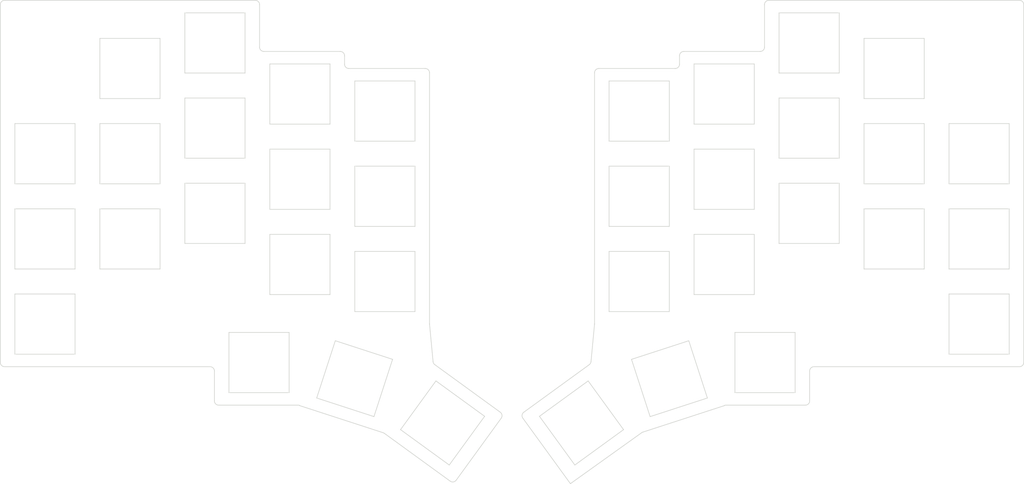
<source format=kicad_pcb>


(kicad_pcb (version 20171130) (host pcbnew 5.1.6)

  (page A3)
  (title_block
    (title "top_plate")
    (rev "v1.0.0")
    (company "Unknown")
  )

  (general
    (thickness 1.6)
  )

  (layers
    (0 F.Cu signal)
    (31 B.Cu signal)
    (32 B.Adhes user)
    (33 F.Adhes user)
    (34 B.Paste user)
    (35 F.Paste user)
    (36 B.SilkS user)
    (37 F.SilkS user)
    (38 B.Mask user)
    (39 F.Mask user)
    (40 Dwgs.User user)
    (41 Cmts.User user)
    (42 Eco1.User user)
    (43 Eco2.User user)
    (44 Edge.Cuts user)
    (45 Margin user)
    (46 B.CrtYd user)
    (47 F.CrtYd user)
    (48 B.Fab user)
    (49 F.Fab user)
  )

  (setup
    (last_trace_width 0.25)
    (trace_clearance 0.2)
    (zone_clearance 0.508)
    (zone_45_only no)
    (trace_min 0.2)
    (via_size 0.8)
    (via_drill 0.4)
    (via_min_size 0.4)
    (via_min_drill 0.3)
    (uvia_size 0.3)
    (uvia_drill 0.1)
    (uvias_allowed no)
    (uvia_min_size 0.2)
    (uvia_min_drill 0.1)
    (edge_width 0.05)
    (segment_width 0.2)
    (pcb_text_width 0.3)
    (pcb_text_size 1.5 1.5)
    (mod_edge_width 0.12)
    (mod_text_size 1 1)
    (mod_text_width 0.15)
    (pad_size 1.524 1.524)
    (pad_drill 0.762)
    (pad_to_mask_clearance 0.05)
    (aux_axis_origin 0 0)
    (visible_elements FFFFFF7F)
    (pcbplotparams
      (layerselection 0x010fc_ffffffff)
      (usegerberextensions false)
      (usegerberattributes true)
      (usegerberadvancedattributes true)
      (creategerberjobfile true)
      (excludeedgelayer true)
      (linewidth 0.100000)
      (plotframeref false)
      (viasonmask false)
      (mode 1)
      (useauxorigin false)
      (hpglpennumber 1)
      (hpglpenspeed 20)
      (hpglpendiameter 15.000000)
      (psnegative false)
      (psa4output false)
      (plotreference true)
      (plotvalue true)
      (plotinvisibletext false)
      (padsonsilk false)
      (subtractmaskfromsilk false)
      (outputformat 1)
      (mirror false)
      (drillshape 1)
      (scaleselection 1)
      (outputdirectory ""))
  )

  (net 0 "")

  (net_class Default "This is the default net class."
    (clearance 0.2)
    (trace_width 0.25)
    (via_dia 0.8)
    (via_drill 0.4)
    (uvia_dia 0.3)
    (uvia_drill 0.1)
    (add_net "")
  )

  
  (gr_line (start -9.38 9.906) (end 38.4 9.906) (angle 90) (layer Edge.Cuts) (width 0.15))
(gr_line (start -10.38 8.906) (end -10.38 -74.2856) (angle 90) (layer Edge.Cuts) (width 0.15))
(gr_line (start 49.900000000000006 -64.39840000000001) (end 49.900000000000006 -74.2856) (angle 90) (layer Edge.Cuts) (width 0.15))
(gr_line (start -9.38 -75.2856) (end 48.900000000000006 -75.2856) (angle 90) (layer Edge.Cuts) (width 0.15))
(gr_line (start 69.66 -60.43600000000001) (end 69.66 -62.39840000000001) (angle 90) (layer Edge.Cuts) (width 0.15))
(gr_line (start 68.66 -63.39840000000001) (end 50.900000000000006 -63.39840000000001) (angle 90) (layer Edge.Cuts) (width 0.15))
(gr_line (start 89.42000000000002 -0.046989839421598845) (end 89.42000000000002 -58.43600000000001) (angle 90) (layer Edge.Cuts) (width 0.15))
(gr_line (start 88.42000000000002 -59.43600000000001) (end 70.66 -59.43600000000001) (angle 90) (layer Edge.Cuts) (width 0.15))
(gr_line (start 40.4 18.849600000000002) (end 59.087285324730985 18.849600000000002) (angle 90) (layer Edge.Cuts) (width 0.15))
(gr_line (start 39.4 10.906) (end 39.4 17.849600000000002) (angle 90) (layer Edge.Cuts) (width 0.15))
(gr_line (start 59.0703612 18.9016871) (end 78.64871681483761 25.263080548081664) (angle 90) (layer Edge.Cuts) (width 0.15))
(gr_line (start 59.087285324730985 18.84960000000001) (end 59.0703612 18.9016871) (angle 90) (layer Edge.Cuts) (width 0.15))
(gr_line (start 78.9274851148376 25.405120048081656) (end 94.2198503514031 36.515673805193956) (angle 90) (layer Edge.Cuts) (width 0.15))
(gr_line (start 95.61665265140307 36.29444210519395) (end 106.08628350842869 21.884231450092926) (angle 90) (layer Edge.Cuts) (width 0.15))
(gr_line (start 105.86505180842866 20.487429150092936) (end 90.64883407270051 9.432199856250904) (angle 90) (layer Edge.Cuts) (width 0.15))
(gr_line (start 178.80774340000002 9.906) (end 226.58774340000002 9.906) (angle 90) (layer Edge.Cuts) (width 0.15))
(gr_line (start 227.58774340000002 8.906) (end 227.58774340000002 -74.2856) (angle 90) (layer Edge.Cuts) (width 0.15))
(gr_line (start 168.30774340000002 -75.2856) (end 226.58774340000002 -75.2856) (angle 90) (layer Edge.Cuts) (width 0.15))
(gr_line (start 167.30774340000002 -74.2856) (end 167.30774340000002 -64.39840000000001) (angle 90) (layer Edge.Cuts) (width 0.15))
(gr_line (start 166.30774340000002 -63.39840000000001) (end 148.54774340000003 -63.39840000000001) (angle 90) (layer Edge.Cuts) (width 0.15))
(gr_line (start 147.54774340000003 -62.39840000000001) (end 147.54774340000003 -60.43600000000001) (angle 90) (layer Edge.Cuts) (width 0.15))
(gr_line (start 127.78774340000001 -0.04698983942171253) (end 127.78774340000001 -58.43600000000001) (angle 90) (layer Edge.Cuts) (width 0.15))
(gr_line (start 146.54774340000003 -59.43600000000001) (end 128.7877434 -59.43600000000001) (angle 90) (layer Edge.Cuts) (width 0.15))
(gr_line (start 158.12045807526903 18.849600000000002) (end 176.80774340000002 18.849600000000002) (angle 90) (layer Edge.Cuts) (width 0.15))
(gr_line (start 177.80774340000002 17.849600000000002) (end 177.80774340000002 10.906) (angle 90) (layer Edge.Cuts) (width 0.15))
(gr_line (start 139.01596855457362 25.114611112956347) (end 158.13738220000002 18.9016871) (angle 90) (layer Edge.Cuts) (width 0.15))
(gr_line (start 158.13738220000002 18.9016871) (end 158.12045807526903 18.84960000000001) (angle 90) (layer Edge.Cuts) (width 0.15))
(gr_line (start 122.17887600000003 37.1034591) (end 122.58338450000002 36.8095664) (angle 90) (layer Edge.Cuts) (width 0.15))
(gr_line (start 126.5589093272994 9.432199856250975) (end 111.34269159157134 20.48742915009295) (angle 90) (layer Edge.Cuts) (width 0.15))
(gr_line (start 111.12145989157135 21.884231450092898) (end 122.17887600000003 37.1034591) (angle 90) (layer Edge.Cuts) (width 0.15))
(gr_line (start 90.24102567270052 8.716955056250981) (end 89.42440630000002 0.04678236057850427) (angle 90) (layer Edge.Cuts) (width 0.15))
(gr_line (start 138.74326365457367 25.252279812956317) (end 122.58338450000002 36.8095664) (angle 90) (layer Edge.Cuts) (width 0.15))
(gr_line (start 126.9667177272995 8.716955056251209) (end 127.78333710000004 0.04678236057816321) (angle 90) (layer Edge.Cuts) (width 0.15))
(gr_arc (start 38.4 10.906) (end 39.4 10.906) (angle -90) (layer Edge.Cuts) (width 0.15))
(gr_arc (start 40.4 17.849600000000002) (end 39.4 17.849600000000002) (angle -90) (layer Edge.Cuts) (width 0.15))
(gr_arc (start 78.33969981483762 26.214137048081664) (end 78.92748511483761 25.405120048081663) (angle -18.000001426930424) (layer Edge.Cuts) (width 0.15))
(gr_arc (start 94.80763565140307 35.706656805193944) (end 94.21985035140308 36.51567380519394) (angle -89.99999999999824) (layer Edge.Cuts) (width 0.15))
(gr_arc (start 105.27726650842868 21.29644615009292) (end 106.08628350842868 21.88423145009292) (angle -90.00000000000034) (layer Edge.Cuts) (width 0.15))
(gr_arc (start 91.2366193727005 8.623182856250892) (end 90.2410256727005 8.716955056250892) (angle -48.619341503016955) (layer Edge.Cuts) (width 0.15))
(gr_arc (start 90.42000000000002 -0.046989839421598845) (end 89.42000000000002 -0.046989839421598845) (angle -5.380656475023585) (layer Edge.Cuts) (width 0.15))
(gr_arc (start 88.42000000000002 -58.43600000000001) (end 89.42000000000002 -58.43600000000001) (angle -90) (layer Edge.Cuts) (width 0.15))
(gr_arc (start 70.66 -60.43600000000001) (end 69.66 -60.43600000000001) (angle -90) (layer Edge.Cuts) (width 0.15))
(gr_arc (start 68.66 -62.39840000000001) (end 69.66 -62.39840000000001) (angle -90) (layer Edge.Cuts) (width 0.15))
(gr_arc (start 50.900000000000006 -64.39840000000001) (end 49.900000000000006 -64.39840000000001) (angle -90) (layer Edge.Cuts) (width 0.15))
(gr_arc (start 48.900000000000006 -74.2856) (end 49.900000000000006 -74.2856) (angle -90) (layer Edge.Cuts) (width 0.15))
(gr_arc (start -9.38 -74.2856) (end -9.38 -75.2856) (angle -90) (layer Edge.Cuts) (width 0.15))
(gr_arc (start -9.38 8.906) (end -10.38 8.906) (angle -90) (layer Edge.Cuts) (width 0.15))
(gr_arc (start 226.58774340000002 8.906) (end 226.58774340000002 9.906) (angle -90) (layer Edge.Cuts) (width 0.15))
(gr_arc (start 226.58774340000002 -74.2856) (end 227.58774340000002 -74.2856) (angle -90) (layer Edge.Cuts) (width 0.15))
(gr_arc (start 168.30774340000002 -74.2856) (end 168.30774340000002 -75.2856) (angle -90) (layer Edge.Cuts) (width 0.15))
(gr_arc (start 166.30774340000002 -64.39840000000001) (end 166.30774340000002 -63.39840000000001) (angle -90) (layer Edge.Cuts) (width 0.15))
(gr_arc (start 148.54774340000003 -62.39840000000001) (end 148.54774340000003 -63.39840000000001) (angle -90) (layer Edge.Cuts) (width 0.15))
(gr_arc (start 146.54774340000003 -60.43600000000001) (end 146.54774340000003 -59.43600000000001) (angle -90) (layer Edge.Cuts) (width 0.15))
(gr_arc (start 128.7877434 -58.43600000000001) (end 128.7877434 -59.43600000000001) (angle -90) (layer Edge.Cuts) (width 0.15))
(gr_arc (start 126.78774340000001 -0.04698983942171253) (end 127.78333710000001 0.04678236057828747) (angle -5.380656475010426) (layer Edge.Cuts) (width 0.15))
(gr_arc (start 125.97112402729951 8.623182856251105) (end 126.5589093272995 9.432199856251106) (angle -48.6193415030159) (layer Edge.Cuts) (width 0.15))
(gr_arc (start 111.93047689157135 21.296446150092947) (end 111.34269159157135 20.487429150092947) (angle -89.99999999999737) (layer Edge.Cuts) (width 0.15))
(gr_arc (start 139.32498555457363 26.065667612956346) (end 139.01596855457362 25.114611112956347) (angle -17.571740987986075) (layer Edge.Cuts) (width 0.15))
(gr_arc (start 176.80774340000002 17.849600000000002) (end 176.80774340000002 18.849600000000002) (angle -90) (layer Edge.Cuts) (width 0.15))
(gr_arc (start 178.80774340000002 10.906) (end 178.80774340000002 9.906) (angle -90) (layer Edge.Cuts) (width 0.15))
(gr_line (start -7 7) (end 7 7) (angle 90) (layer Edge.Cuts) (width 0.15))
(gr_line (start 7 7) (end 7 -7) (angle 90) (layer Edge.Cuts) (width 0.15))
(gr_line (start 7 -7) (end -7 -7) (angle 90) (layer Edge.Cuts) (width 0.15))
(gr_line (start -7 -7) (end -7 7) (angle 90) (layer Edge.Cuts) (width 0.15))
(gr_line (start -7 -12.812000000000001) (end 7 -12.812000000000001) (angle 90) (layer Edge.Cuts) (width 0.15))
(gr_line (start 7 -12.812000000000001) (end 7 -26.812) (angle 90) (layer Edge.Cuts) (width 0.15))
(gr_line (start 7 -26.812) (end -7 -26.812) (angle 90) (layer Edge.Cuts) (width 0.15))
(gr_line (start -7 -26.812) (end -7 -12.812000000000001) (angle 90) (layer Edge.Cuts) (width 0.15))
(gr_line (start -7 -32.624) (end 7 -32.624) (angle 90) (layer Edge.Cuts) (width 0.15))
(gr_line (start 7 -32.624) (end 7 -46.624) (angle 90) (layer Edge.Cuts) (width 0.15))
(gr_line (start 7 -46.624) (end -7 -46.624) (angle 90) (layer Edge.Cuts) (width 0.15))
(gr_line (start -7 -46.624) (end -7 -32.624) (angle 90) (layer Edge.Cuts) (width 0.15))
(gr_line (start 12.760000000000002 -12.812000000000001) (end 26.76 -12.812000000000001) (angle 90) (layer Edge.Cuts) (width 0.15))
(gr_line (start 26.76 -12.812000000000001) (end 26.76 -26.812) (angle 90) (layer Edge.Cuts) (width 0.15))
(gr_line (start 26.76 -26.812) (end 12.760000000000002 -26.812) (angle 90) (layer Edge.Cuts) (width 0.15))
(gr_line (start 12.760000000000002 -26.812) (end 12.760000000000002 -12.812000000000001) (angle 90) (layer Edge.Cuts) (width 0.15))
(gr_line (start 12.760000000000002 -32.624) (end 26.76 -32.624) (angle 90) (layer Edge.Cuts) (width 0.15))
(gr_line (start 26.76 -32.624) (end 26.76 -46.624) (angle 90) (layer Edge.Cuts) (width 0.15))
(gr_line (start 26.76 -46.624) (end 12.760000000000002 -46.624) (angle 90) (layer Edge.Cuts) (width 0.15))
(gr_line (start 12.760000000000002 -46.624) (end 12.760000000000002 -32.624) (angle 90) (layer Edge.Cuts) (width 0.15))
(gr_line (start 12.760000000000002 -52.43600000000001) (end 26.76 -52.43600000000001) (angle 90) (layer Edge.Cuts) (width 0.15))
(gr_line (start 26.76 -52.43600000000001) (end 26.76 -66.436) (angle 90) (layer Edge.Cuts) (width 0.15))
(gr_line (start 26.76 -66.436) (end 12.760000000000002 -66.436) (angle 90) (layer Edge.Cuts) (width 0.15))
(gr_line (start 12.760000000000002 -66.436) (end 12.760000000000002 -52.43600000000001) (angle 90) (layer Edge.Cuts) (width 0.15))
(gr_line (start 32.52 -18.7556) (end 46.52 -18.7556) (angle 90) (layer Edge.Cuts) (width 0.15))
(gr_line (start 46.52 -18.7556) (end 46.52 -32.7556) (angle 90) (layer Edge.Cuts) (width 0.15))
(gr_line (start 46.52 -32.7556) (end 32.52 -32.7556) (angle 90) (layer Edge.Cuts) (width 0.15))
(gr_line (start 32.52 -32.7556) (end 32.52 -18.7556) (angle 90) (layer Edge.Cuts) (width 0.15))
(gr_line (start 32.52 -38.5676) (end 46.52 -38.5676) (angle 90) (layer Edge.Cuts) (width 0.15))
(gr_line (start 46.52 -38.5676) (end 46.52 -52.5676) (angle 90) (layer Edge.Cuts) (width 0.15))
(gr_line (start 46.52 -52.5676) (end 32.52 -52.5676) (angle 90) (layer Edge.Cuts) (width 0.15))
(gr_line (start 32.52 -52.5676) (end 32.52 -38.5676) (angle 90) (layer Edge.Cuts) (width 0.15))
(gr_line (start 32.52 -58.379599999999996) (end 46.52 -58.379599999999996) (angle 90) (layer Edge.Cuts) (width 0.15))
(gr_line (start 46.52 -58.379599999999996) (end 46.52 -72.3796) (angle 90) (layer Edge.Cuts) (width 0.15))
(gr_line (start 46.52 -72.3796) (end 32.52 -72.3796) (angle 90) (layer Edge.Cuts) (width 0.15))
(gr_line (start 32.52 -72.3796) (end 32.52 -58.379599999999996) (angle 90) (layer Edge.Cuts) (width 0.15))
(gr_line (start 52.28 -6.868399999999999) (end 66.28 -6.868399999999999) (angle 90) (layer Edge.Cuts) (width 0.15))
(gr_line (start 66.28 -6.868399999999999) (end 66.28 -20.8684) (angle 90) (layer Edge.Cuts) (width 0.15))
(gr_line (start 66.28 -20.8684) (end 52.28 -20.8684) (angle 90) (layer Edge.Cuts) (width 0.15))
(gr_line (start 52.28 -20.8684) (end 52.28 -6.868399999999999) (angle 90) (layer Edge.Cuts) (width 0.15))
(gr_line (start 52.28 -26.6804) (end 66.28 -26.6804) (angle 90) (layer Edge.Cuts) (width 0.15))
(gr_line (start 66.28 -26.6804) (end 66.28 -40.6804) (angle 90) (layer Edge.Cuts) (width 0.15))
(gr_line (start 66.28 -40.6804) (end 52.28 -40.6804) (angle 90) (layer Edge.Cuts) (width 0.15))
(gr_line (start 52.28 -40.6804) (end 52.28 -26.6804) (angle 90) (layer Edge.Cuts) (width 0.15))
(gr_line (start 52.28 -46.4924) (end 66.28 -46.4924) (angle 90) (layer Edge.Cuts) (width 0.15))
(gr_line (start 66.28 -46.4924) (end 66.28 -60.4924) (angle 90) (layer Edge.Cuts) (width 0.15))
(gr_line (start 66.28 -60.4924) (end 52.28 -60.4924) (angle 90) (layer Edge.Cuts) (width 0.15))
(gr_line (start 52.28 -60.4924) (end 52.28 -46.4924) (angle 90) (layer Edge.Cuts) (width 0.15))
(gr_line (start 72.04 -2.9060000000000006) (end 86.04 -2.9060000000000006) (angle 90) (layer Edge.Cuts) (width 0.15))
(gr_line (start 86.04 -2.9060000000000006) (end 86.04 -16.906) (angle 90) (layer Edge.Cuts) (width 0.15))
(gr_line (start 86.04 -16.906) (end 72.04 -16.906) (angle 90) (layer Edge.Cuts) (width 0.15))
(gr_line (start 72.04 -16.906) (end 72.04 -2.9060000000000006) (angle 90) (layer Edge.Cuts) (width 0.15))
(gr_line (start 72.04 -22.718000000000004) (end 86.04 -22.718000000000004) (angle 90) (layer Edge.Cuts) (width 0.15))
(gr_line (start 86.04 -22.718000000000004) (end 86.04 -36.718) (angle 90) (layer Edge.Cuts) (width 0.15))
(gr_line (start 86.04 -36.718) (end 72.04 -36.718) (angle 90) (layer Edge.Cuts) (width 0.15))
(gr_line (start 72.04 -36.718) (end 72.04 -22.718000000000004) (angle 90) (layer Edge.Cuts) (width 0.15))
(gr_line (start 72.04 -42.53) (end 86.04 -42.53) (angle 90) (layer Edge.Cuts) (width 0.15))
(gr_line (start 86.04 -42.53) (end 86.04 -56.53) (angle 90) (layer Edge.Cuts) (width 0.15))
(gr_line (start 86.04 -56.53) (end 72.04 -56.53) (angle 90) (layer Edge.Cuts) (width 0.15))
(gr_line (start 72.04 -56.53) (end 72.04 -42.53) (angle 90) (layer Edge.Cuts) (width 0.15))
(gr_line (start 42.78 15.943600000000002) (end 56.78 15.943600000000002) (angle 90) (layer Edge.Cuts) (width 0.15))
(gr_line (start 56.78 15.943600000000002) (end 56.78 1.9436000000000018) (angle 90) (layer Edge.Cuts) (width 0.15))
(gr_line (start 56.78 1.9436000000000018) (end 42.78 1.9436000000000018) (angle 90) (layer Edge.Cuts) (width 0.15))
(gr_line (start 42.78 1.9436000000000018) (end 42.78 15.943600000000002) (angle 90) (layer Edge.Cuts) (width 0.15))
(gr_line (start 63.18293560000001 17.1823944) (end 76.4977269 21.5086323) (angle 90) (layer Edge.Cuts) (width 0.15))
(gr_line (start 76.4977269 21.5086323) (end 80.8239648 8.193840999999999) (angle 90) (layer Edge.Cuts) (width 0.15))
(gr_line (start 80.8239648 8.193840999999999) (end 67.5091735 3.8676031) (angle 90) (layer Edge.Cuts) (width 0.15))
(gr_line (start 67.5091735 3.8676031) (end 63.18293560000001 17.1823944) (angle 90) (layer Edge.Cuts) (width 0.15))
(gr_line (start 82.67625600000001 24.536748000000003) (end 94.0024939 32.765741500000004) (angle 90) (layer Edge.Cuts) (width 0.15))
(gr_line (start 94.0024939 32.765741500000004) (end 102.2314874 21.439503600000002) (angle 90) (layer Edge.Cuts) (width 0.15))
(gr_line (start 102.2314874 21.439503600000002) (end 90.90524950000001 13.210510100000004) (angle 90) (layer Edge.Cuts) (width 0.15))
(gr_line (start 90.90524950000001 13.210510100000004) (end 82.67625600000001 24.536748000000003) (angle 90) (layer Edge.Cuts) (width 0.15))
(gr_line (start 210.20774340000003 7) (end 224.20774340000003 7) (angle 90) (layer Edge.Cuts) (width 0.15))
(gr_line (start 224.20774340000003 7) (end 224.20774340000003 -7) (angle 90) (layer Edge.Cuts) (width 0.15))
(gr_line (start 224.20774340000003 -7) (end 210.20774340000003 -7) (angle 90) (layer Edge.Cuts) (width 0.15))
(gr_line (start 210.20774340000003 -7) (end 210.20774340000003 7) (angle 90) (layer Edge.Cuts) (width 0.15))
(gr_line (start 210.20774340000003 -12.812000000000001) (end 224.20774340000003 -12.812000000000001) (angle 90) (layer Edge.Cuts) (width 0.15))
(gr_line (start 224.20774340000003 -12.812000000000001) (end 224.20774340000003 -26.812) (angle 90) (layer Edge.Cuts) (width 0.15))
(gr_line (start 224.20774340000003 -26.812) (end 210.20774340000003 -26.812) (angle 90) (layer Edge.Cuts) (width 0.15))
(gr_line (start 210.20774340000003 -26.812) (end 210.20774340000003 -12.812000000000001) (angle 90) (layer Edge.Cuts) (width 0.15))
(gr_line (start 210.20774340000003 -32.624) (end 224.20774340000003 -32.624) (angle 90) (layer Edge.Cuts) (width 0.15))
(gr_line (start 224.20774340000003 -32.624) (end 224.20774340000003 -46.624) (angle 90) (layer Edge.Cuts) (width 0.15))
(gr_line (start 224.20774340000003 -46.624) (end 210.20774340000003 -46.624) (angle 90) (layer Edge.Cuts) (width 0.15))
(gr_line (start 210.20774340000003 -46.624) (end 210.20774340000003 -32.624) (angle 90) (layer Edge.Cuts) (width 0.15))
(gr_line (start 190.44774340000004 -12.812000000000001) (end 204.44774340000004 -12.812000000000001) (angle 90) (layer Edge.Cuts) (width 0.15))
(gr_line (start 204.44774340000004 -12.812000000000001) (end 204.44774340000004 -26.812) (angle 90) (layer Edge.Cuts) (width 0.15))
(gr_line (start 204.44774340000004 -26.812) (end 190.44774340000004 -26.812) (angle 90) (layer Edge.Cuts) (width 0.15))
(gr_line (start 190.44774340000004 -26.812) (end 190.44774340000004 -12.812000000000001) (angle 90) (layer Edge.Cuts) (width 0.15))
(gr_line (start 190.44774340000004 -32.624) (end 204.44774340000004 -32.624) (angle 90) (layer Edge.Cuts) (width 0.15))
(gr_line (start 204.44774340000004 -32.624) (end 204.44774340000004 -46.624) (angle 90) (layer Edge.Cuts) (width 0.15))
(gr_line (start 204.44774340000004 -46.624) (end 190.44774340000004 -46.624) (angle 90) (layer Edge.Cuts) (width 0.15))
(gr_line (start 190.44774340000004 -46.624) (end 190.44774340000004 -32.624) (angle 90) (layer Edge.Cuts) (width 0.15))
(gr_line (start 190.44774340000004 -52.43600000000001) (end 204.44774340000004 -52.43600000000001) (angle 90) (layer Edge.Cuts) (width 0.15))
(gr_line (start 204.44774340000004 -52.43600000000001) (end 204.44774340000004 -66.436) (angle 90) (layer Edge.Cuts) (width 0.15))
(gr_line (start 204.44774340000004 -66.436) (end 190.44774340000004 -66.436) (angle 90) (layer Edge.Cuts) (width 0.15))
(gr_line (start 190.44774340000004 -66.436) (end 190.44774340000004 -52.43600000000001) (angle 90) (layer Edge.Cuts) (width 0.15))
(gr_line (start 170.68774340000002 -18.7556) (end 184.68774340000002 -18.7556) (angle 90) (layer Edge.Cuts) (width 0.15))
(gr_line (start 184.68774340000002 -18.7556) (end 184.68774340000002 -32.7556) (angle 90) (layer Edge.Cuts) (width 0.15))
(gr_line (start 184.68774340000002 -32.7556) (end 170.68774340000002 -32.7556) (angle 90) (layer Edge.Cuts) (width 0.15))
(gr_line (start 170.68774340000002 -32.7556) (end 170.68774340000002 -18.7556) (angle 90) (layer Edge.Cuts) (width 0.15))
(gr_line (start 170.68774340000002 -38.5676) (end 184.68774340000002 -38.5676) (angle 90) (layer Edge.Cuts) (width 0.15))
(gr_line (start 184.68774340000002 -38.5676) (end 184.68774340000002 -52.5676) (angle 90) (layer Edge.Cuts) (width 0.15))
(gr_line (start 184.68774340000002 -52.5676) (end 170.68774340000002 -52.5676) (angle 90) (layer Edge.Cuts) (width 0.15))
(gr_line (start 170.68774340000002 -52.5676) (end 170.68774340000002 -38.5676) (angle 90) (layer Edge.Cuts) (width 0.15))
(gr_line (start 170.68774340000002 -58.379599999999996) (end 184.68774340000002 -58.379599999999996) (angle 90) (layer Edge.Cuts) (width 0.15))
(gr_line (start 184.68774340000002 -58.379599999999996) (end 184.68774340000002 -72.3796) (angle 90) (layer Edge.Cuts) (width 0.15))
(gr_line (start 184.68774340000002 -72.3796) (end 170.68774340000002 -72.3796) (angle 90) (layer Edge.Cuts) (width 0.15))
(gr_line (start 170.68774340000002 -72.3796) (end 170.68774340000002 -58.379599999999996) (angle 90) (layer Edge.Cuts) (width 0.15))
(gr_line (start 150.92774340000003 -6.868399999999999) (end 164.92774340000003 -6.868399999999999) (angle 90) (layer Edge.Cuts) (width 0.15))
(gr_line (start 164.92774340000003 -6.868399999999999) (end 164.92774340000003 -20.8684) (angle 90) (layer Edge.Cuts) (width 0.15))
(gr_line (start 164.92774340000003 -20.8684) (end 150.92774340000003 -20.8684) (angle 90) (layer Edge.Cuts) (width 0.15))
(gr_line (start 150.92774340000003 -20.8684) (end 150.92774340000003 -6.868399999999999) (angle 90) (layer Edge.Cuts) (width 0.15))
(gr_line (start 150.92774340000003 -26.6804) (end 164.92774340000003 -26.6804) (angle 90) (layer Edge.Cuts) (width 0.15))
(gr_line (start 164.92774340000003 -26.6804) (end 164.92774340000003 -40.6804) (angle 90) (layer Edge.Cuts) (width 0.15))
(gr_line (start 164.92774340000003 -40.6804) (end 150.92774340000003 -40.6804) (angle 90) (layer Edge.Cuts) (width 0.15))
(gr_line (start 150.92774340000003 -40.6804) (end 150.92774340000003 -26.6804) (angle 90) (layer Edge.Cuts) (width 0.15))
(gr_line (start 150.92774340000003 -46.4924) (end 164.92774340000003 -46.4924) (angle 90) (layer Edge.Cuts) (width 0.15))
(gr_line (start 164.92774340000003 -46.4924) (end 164.92774340000003 -60.4924) (angle 90) (layer Edge.Cuts) (width 0.15))
(gr_line (start 164.92774340000003 -60.4924) (end 150.92774340000003 -60.4924) (angle 90) (layer Edge.Cuts) (width 0.15))
(gr_line (start 150.92774340000003 -60.4924) (end 150.92774340000003 -46.4924) (angle 90) (layer Edge.Cuts) (width 0.15))
(gr_line (start 131.1677434 -2.9060000000000006) (end 145.1677434 -2.9060000000000006) (angle 90) (layer Edge.Cuts) (width 0.15))
(gr_line (start 145.1677434 -2.9060000000000006) (end 145.1677434 -16.906) (angle 90) (layer Edge.Cuts) (width 0.15))
(gr_line (start 145.1677434 -16.906) (end 131.1677434 -16.906) (angle 90) (layer Edge.Cuts) (width 0.15))
(gr_line (start 131.1677434 -16.906) (end 131.1677434 -2.9060000000000006) (angle 90) (layer Edge.Cuts) (width 0.15))
(gr_line (start 131.1677434 -22.718000000000004) (end 145.1677434 -22.718000000000004) (angle 90) (layer Edge.Cuts) (width 0.15))
(gr_line (start 145.1677434 -22.718000000000004) (end 145.1677434 -36.718) (angle 90) (layer Edge.Cuts) (width 0.15))
(gr_line (start 145.1677434 -36.718) (end 131.1677434 -36.718) (angle 90) (layer Edge.Cuts) (width 0.15))
(gr_line (start 131.1677434 -36.718) (end 131.1677434 -22.718000000000004) (angle 90) (layer Edge.Cuts) (width 0.15))
(gr_line (start 131.1677434 -42.53) (end 145.1677434 -42.53) (angle 90) (layer Edge.Cuts) (width 0.15))
(gr_line (start 145.1677434 -42.53) (end 145.1677434 -56.53) (angle 90) (layer Edge.Cuts) (width 0.15))
(gr_line (start 145.1677434 -56.53) (end 131.1677434 -56.53) (angle 90) (layer Edge.Cuts) (width 0.15))
(gr_line (start 131.1677434 -56.53) (end 131.1677434 -42.53) (angle 90) (layer Edge.Cuts) (width 0.15))
(gr_line (start 160.42774340000003 15.943600000000002) (end 174.42774340000003 15.943600000000002) (angle 90) (layer Edge.Cuts) (width 0.15))
(gr_line (start 174.42774340000003 15.943600000000002) (end 174.42774340000003 1.9436000000000018) (angle 90) (layer Edge.Cuts) (width 0.15))
(gr_line (start 174.42774340000003 1.9436000000000018) (end 160.42774340000003 1.9436000000000018) (angle 90) (layer Edge.Cuts) (width 0.15))
(gr_line (start 160.42774340000003 1.9436000000000018) (end 160.42774340000003 15.943600000000002) (angle 90) (layer Edge.Cuts) (width 0.15))
(gr_line (start 140.71001650000002 21.5086323) (end 154.02480780000002 17.1823944) (angle 90) (layer Edge.Cuts) (width 0.15))
(gr_line (start 154.02480780000002 17.1823944) (end 149.69856990000002 3.8676031) (angle 90) (layer Edge.Cuts) (width 0.15))
(gr_line (start 149.69856990000002 3.8676031) (end 136.38377860000003 8.193840999999999) (angle 90) (layer Edge.Cuts) (width 0.15))
(gr_line (start 136.38377860000003 8.193840999999999) (end 140.71001650000002 21.5086323) (angle 90) (layer Edge.Cuts) (width 0.15))
(gr_line (start 123.20524950000002 32.765741500000004) (end 134.5314874 24.536748000000003) (angle 90) (layer Edge.Cuts) (width 0.15))
(gr_line (start 134.5314874 24.536748000000003) (end 126.30249390000002 13.210510100000004) (angle 90) (layer Edge.Cuts) (width 0.15))
(gr_line (start 126.30249390000002 13.210510100000004) (end 114.97625600000002 21.439503600000002) (angle 90) (layer Edge.Cuts) (width 0.15))
(gr_line (start 114.97625600000002 21.439503600000002) (end 123.20524950000002 32.765741500000004) (angle 90) (layer Edge.Cuts) (width 0.15))

)


</source>
